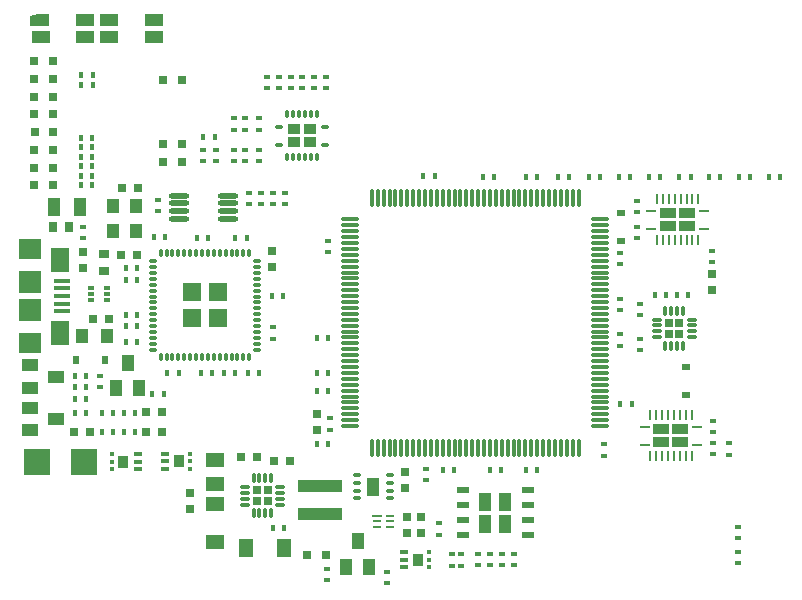
<source format=gtp>
G04 Layer_Color=32896*
%FSLAX44Y44*%
%MOMM*%
G71*
G01*
G75*
%ADD10R,0.5588X0.6858*%
%ADD11R,0.6858X0.5588*%
%ADD12O,0.3000X1.6500*%
%ADD13O,1.6500X0.3000*%
%ADD14R,1.0000X1.2000*%
%ADD15R,2.2000X2.2000*%
%ADD16R,1.6000X2.1000*%
%ADD17R,1.3500X0.4000*%
%ADD18R,1.9000X1.8000*%
%ADD19R,1.9000X1.9000*%
%ADD20R,1.6000X1.2000*%
%ADD21R,1.1000X1.2500*%
%ADD22R,0.8000X0.9000*%
%ADD23R,0.9000X0.8000*%
%ADD24R,1.0000X1.4000*%
%ADD25R,0.8000X0.8000*%
%ADD26R,1.4000X1.0000*%
G04:AMPARAMS|DCode=27|XSize=0.28mm|YSize=0.85mm|CornerRadius=0.098mm|HoleSize=0mm|Usage=FLASHONLY|Rotation=0.000|XOffset=0mm|YOffset=0mm|HoleType=Round|Shape=RoundedRectangle|*
%AMROUNDEDRECTD27*
21,1,0.2800,0.6540,0,0,0.0*
21,1,0.0840,0.8500,0,0,0.0*
1,1,0.1960,0.0420,-0.3270*
1,1,0.1960,-0.0420,-0.3270*
1,1,0.1960,-0.0420,0.3270*
1,1,0.1960,0.0420,0.3270*
%
%ADD27ROUNDEDRECTD27*%
G04:AMPARAMS|DCode=28|XSize=0.28mm|YSize=0.85mm|CornerRadius=0.098mm|HoleSize=0mm|Usage=FLASHONLY|Rotation=90.000|XOffset=0mm|YOffset=0mm|HoleType=Round|Shape=RoundedRectangle|*
%AMROUNDEDRECTD28*
21,1,0.2800,0.6540,0,0,90.0*
21,1,0.0840,0.8500,0,0,90.0*
1,1,0.1960,0.3270,0.0420*
1,1,0.1960,0.3270,-0.0420*
1,1,0.1960,-0.3270,-0.0420*
1,1,0.1960,-0.3270,0.0420*
%
%ADD28ROUNDEDRECTD28*%
%ADD30R,0.5000X0.3000*%
G04:AMPARAMS|DCode=32|XSize=0.45mm|YSize=1.05mm|CornerRadius=0.0675mm|HoleSize=0mm|Usage=FLASHONLY|Rotation=90.000|XOffset=0mm|YOffset=0mm|HoleType=Round|Shape=RoundedRectangle|*
%AMROUNDEDRECTD32*
21,1,0.4500,0.9150,0,0,90.0*
21,1,0.3150,1.0500,0,0,90.0*
1,1,0.1350,0.4575,0.1575*
1,1,0.1350,0.4575,-0.1575*
1,1,0.1350,-0.4575,-0.1575*
1,1,0.1350,-0.4575,0.1575*
%
%ADD32ROUNDEDRECTD32*%
%ADD33R,1.6000X1.0000*%
%ADD34R,0.8000X1.0000*%
%ADD35R,0.6500X0.8000*%
%ADD36R,1.0000X1.5000*%
%ADD37R,0.5000X0.4500*%
%ADD39R,0.4500X0.5000*%
%ADD40R,0.8000X0.6500*%
%ADD41R,1.2000X1.6000*%
%ADD42O,1.8000X0.4500*%
%ADD43R,0.4500X0.4000*%
%ADD44R,0.6500X0.4000*%
G04:AMPARAMS|DCode=46|XSize=0.3mm|YSize=0.65mm|CornerRadius=0.045mm|HoleSize=0mm|Usage=FLASHONLY|Rotation=90.000|XOffset=0mm|YOffset=0mm|HoleType=Round|Shape=RoundedRectangle|*
%AMROUNDEDRECTD46*
21,1,0.3000,0.5600,0,0,90.0*
21,1,0.2100,0.6500,0,0,90.0*
1,1,0.0900,0.2800,0.1050*
1,1,0.0900,0.2800,-0.1050*
1,1,0.0900,-0.2800,-0.1050*
1,1,0.0900,-0.2800,0.1050*
%
%ADD46ROUNDEDRECTD46*%
%ADD47R,3.7000X0.9800*%
%ADD48R,0.8500X0.2800*%
%ADD49R,0.7500X0.2800*%
%ADD50O,0.7000X0.3000*%
%ADD51O,0.3000X0.7000*%
%ADD54R,0.2800X0.8500*%
%ADD56O,0.8000X0.2800*%
%ADD57O,0.2800X0.8000*%
%ADD87R,0.7000X0.7000*%
%ADD88R,0.7000X0.7000*%
%ADD89R,1.1000X1.5000*%
%ADD90R,0.8250X1.0000*%
%ADD91R,1.0700X0.8200*%
%ADD92R,1.3200X0.8200*%
%ADD93R,1.5000X1.5000*%
%ADD94R,1.0000X1.6500*%
G36*
X26282Y517842D02*
X17592D01*
X17440Y517810D01*
Y526400D01*
X23700Y527850D01*
X26282D01*
Y517842D01*
D02*
G37*
D10*
X80474Y235121D02*
D03*
X56090D02*
D03*
D11*
X573153Y229456D02*
D03*
Y205072D02*
D03*
X518121Y335525D02*
D03*
Y359909D02*
D03*
D12*
X306770Y372700D02*
D03*
X311770D02*
D03*
X316770D02*
D03*
X321770D02*
D03*
X326770D02*
D03*
X331770D02*
D03*
X336770D02*
D03*
X341770D02*
D03*
X346770D02*
D03*
X351770D02*
D03*
X356770D02*
D03*
X361770D02*
D03*
X366770D02*
D03*
X371770D02*
D03*
X376770D02*
D03*
X381770D02*
D03*
X386770D02*
D03*
X391770D02*
D03*
X396770D02*
D03*
X401770D02*
D03*
X406770D02*
D03*
X411770D02*
D03*
X416770D02*
D03*
X421770D02*
D03*
X426770D02*
D03*
X431770D02*
D03*
X436770D02*
D03*
X441770D02*
D03*
X446770D02*
D03*
X451770D02*
D03*
X456770D02*
D03*
X461770D02*
D03*
X466770D02*
D03*
X471770D02*
D03*
X476770D02*
D03*
X481770D02*
D03*
Y160700D02*
D03*
X476770D02*
D03*
X471770D02*
D03*
X466770D02*
D03*
X461770D02*
D03*
X456770D02*
D03*
X451770D02*
D03*
X446770D02*
D03*
X441770D02*
D03*
X436770D02*
D03*
X431770D02*
D03*
X426770D02*
D03*
X421770D02*
D03*
X416770D02*
D03*
X411770D02*
D03*
X406770D02*
D03*
X401770D02*
D03*
X396770D02*
D03*
X391770D02*
D03*
X386770D02*
D03*
X381770D02*
D03*
X376770D02*
D03*
X371770D02*
D03*
X366770D02*
D03*
X361770D02*
D03*
X356770D02*
D03*
X351770D02*
D03*
X346770D02*
D03*
X341770D02*
D03*
X336770D02*
D03*
X331770D02*
D03*
X326770D02*
D03*
X321770D02*
D03*
X316770D02*
D03*
X311770D02*
D03*
X306770D02*
D03*
D13*
X500270Y354200D02*
D03*
Y349200D02*
D03*
Y344200D02*
D03*
Y339200D02*
D03*
Y334200D02*
D03*
Y329200D02*
D03*
Y324200D02*
D03*
Y319200D02*
D03*
Y314200D02*
D03*
Y309200D02*
D03*
Y304200D02*
D03*
Y299200D02*
D03*
Y294200D02*
D03*
Y289200D02*
D03*
Y284200D02*
D03*
Y279200D02*
D03*
Y274200D02*
D03*
Y269200D02*
D03*
Y264200D02*
D03*
Y259200D02*
D03*
Y254200D02*
D03*
Y249200D02*
D03*
Y244200D02*
D03*
Y239200D02*
D03*
Y234200D02*
D03*
Y229200D02*
D03*
Y224200D02*
D03*
Y219200D02*
D03*
Y214200D02*
D03*
Y209200D02*
D03*
Y204200D02*
D03*
Y199200D02*
D03*
Y194200D02*
D03*
Y189200D02*
D03*
Y184200D02*
D03*
Y179200D02*
D03*
X288270D02*
D03*
Y184200D02*
D03*
Y189200D02*
D03*
Y194200D02*
D03*
Y199200D02*
D03*
Y204200D02*
D03*
Y209200D02*
D03*
Y214200D02*
D03*
Y219200D02*
D03*
Y224200D02*
D03*
Y229200D02*
D03*
Y234200D02*
D03*
Y239200D02*
D03*
Y244200D02*
D03*
Y249200D02*
D03*
Y254200D02*
D03*
Y259200D02*
D03*
Y264200D02*
D03*
Y269200D02*
D03*
Y274200D02*
D03*
Y279200D02*
D03*
Y284200D02*
D03*
Y289200D02*
D03*
Y294200D02*
D03*
Y299200D02*
D03*
Y304200D02*
D03*
Y309200D02*
D03*
Y314200D02*
D03*
Y319200D02*
D03*
Y324200D02*
D03*
Y329200D02*
D03*
Y334200D02*
D03*
Y339200D02*
D03*
Y344200D02*
D03*
Y349200D02*
D03*
Y354200D02*
D03*
D14*
X106880Y365480D02*
D03*
X87880D02*
D03*
X106880Y344480D02*
D03*
X87880D02*
D03*
D15*
X62980Y149060D02*
D03*
X22980D02*
D03*
D16*
X43125Y258192D02*
D03*
Y320192D02*
D03*
D17*
X44375Y276192D02*
D03*
Y282692D02*
D03*
Y289192D02*
D03*
Y295692D02*
D03*
Y302192D02*
D03*
D18*
X17625Y329192D02*
D03*
Y249192D02*
D03*
D19*
Y301192D02*
D03*
Y277192D02*
D03*
D20*
X173960Y150500D02*
D03*
Y130500D02*
D03*
X173960Y81390D02*
D03*
Y113390D02*
D03*
D21*
X61470Y255550D02*
D03*
X82470D02*
D03*
D22*
X50490Y347840D02*
D03*
X36490D02*
D03*
D23*
X79820Y324718D02*
D03*
Y310718D02*
D03*
D24*
X90500Y211000D02*
D03*
X109500D02*
D03*
X100000Y233000D02*
D03*
X285166Y59787D02*
D03*
X304166D02*
D03*
X294666Y81787D02*
D03*
D25*
X37000Y488000D02*
D03*
X21000D02*
D03*
X37000Y443000D02*
D03*
X21000D02*
D03*
X37000Y458000D02*
D03*
X21000D02*
D03*
X37000Y473000D02*
D03*
X21000D02*
D03*
X37230Y428000D02*
D03*
X21230D02*
D03*
X37000Y398000D02*
D03*
X21000D02*
D03*
X37000Y383000D02*
D03*
X21000D02*
D03*
X268295Y69610D02*
D03*
X252295D02*
D03*
X37000Y413000D02*
D03*
X21000D02*
D03*
X146090Y472107D02*
D03*
X130090D02*
D03*
X146093Y418290D02*
D03*
X130093D02*
D03*
X146093Y402410D02*
D03*
X130093D02*
D03*
D26*
X17000Y194500D02*
D03*
Y175500D02*
D03*
X39000Y185000D02*
D03*
X17000Y230500D02*
D03*
Y211500D02*
D03*
X39000Y221000D02*
D03*
D27*
X555218Y276629D02*
D03*
X560218D02*
D03*
X565218D02*
D03*
X570218D02*
D03*
X555218Y247129D02*
D03*
X560218D02*
D03*
X565218D02*
D03*
X570218D02*
D03*
X206640Y135030D02*
D03*
X211640D02*
D03*
X216640D02*
D03*
X221640D02*
D03*
X206640Y105530D02*
D03*
X211640D02*
D03*
X216640D02*
D03*
X221640D02*
D03*
D28*
X547968Y269379D02*
D03*
Y264379D02*
D03*
Y259379D02*
D03*
Y254379D02*
D03*
X577468Y254379D02*
D03*
Y259379D02*
D03*
Y264379D02*
D03*
Y269379D02*
D03*
X199390Y112780D02*
D03*
Y117780D02*
D03*
Y122780D02*
D03*
Y127780D02*
D03*
X228890Y127780D02*
D03*
Y122780D02*
D03*
Y117780D02*
D03*
Y112780D02*
D03*
D30*
X68740Y286130D02*
D03*
Y291130D02*
D03*
Y296130D02*
D03*
X82740D02*
D03*
Y291130D02*
D03*
Y286130D02*
D03*
D32*
X438621Y86668D02*
D03*
Y99368D02*
D03*
Y112068D02*
D03*
Y124768D02*
D03*
X383621D02*
D03*
Y112068D02*
D03*
Y99368D02*
D03*
Y86668D02*
D03*
D33*
X122282Y508871D02*
D03*
X84282D02*
D03*
X122282Y522871D02*
D03*
X84282D02*
D03*
X64282Y508842D02*
D03*
X26282D02*
D03*
X64282Y522842D02*
D03*
D34*
X30280D02*
D03*
D35*
X129439Y173924D02*
D03*
X115939D02*
D03*
X70620Y270090D02*
D03*
X84120D02*
D03*
X94120Y324180D02*
D03*
X107620D02*
D03*
X95250Y380340D02*
D03*
X108750D02*
D03*
X68250Y174000D02*
D03*
X54750D02*
D03*
X115939Y191000D02*
D03*
X129439D02*
D03*
X209750Y153000D02*
D03*
X196250D02*
D03*
X237750Y150000D02*
D03*
X224250D02*
D03*
D36*
X37972Y364597D02*
D03*
X59972D02*
D03*
D37*
X374588Y61000D02*
D03*
Y70500D02*
D03*
X352620Y142730D02*
D03*
Y133230D02*
D03*
X269380Y326190D02*
D03*
Y335690D02*
D03*
X517000Y256750D02*
D03*
Y247250D02*
D03*
Y316250D02*
D03*
Y325750D02*
D03*
X364000Y96750D02*
D03*
Y87250D02*
D03*
X503750Y163750D02*
D03*
Y154250D02*
D03*
X271000Y176250D02*
D03*
Y185750D02*
D03*
X517000Y277250D02*
D03*
Y286750D02*
D03*
X223000Y262750D02*
D03*
Y253250D02*
D03*
X61940Y347760D02*
D03*
Y338260D02*
D03*
X126000Y361250D02*
D03*
Y370750D02*
D03*
X199750Y403250D02*
D03*
Y412750D02*
D03*
X199750Y439750D02*
D03*
Y430250D02*
D03*
X211000Y412750D02*
D03*
Y403250D02*
D03*
X211000Y439750D02*
D03*
Y430250D02*
D03*
X248000Y465250D02*
D03*
Y474750D02*
D03*
X228000Y465250D02*
D03*
Y474750D02*
D03*
X268000Y465250D02*
D03*
Y474750D02*
D03*
X258000Y465250D02*
D03*
Y474750D02*
D03*
X238000Y465250D02*
D03*
Y474750D02*
D03*
X218000Y465250D02*
D03*
Y474750D02*
D03*
X596000Y183750D02*
D03*
Y174250D02*
D03*
Y164750D02*
D03*
Y155250D02*
D03*
X531000Y338250D02*
D03*
Y347750D02*
D03*
Y360250D02*
D03*
Y369750D02*
D03*
X407000Y70750D02*
D03*
Y61250D02*
D03*
X427000Y70750D02*
D03*
Y61250D02*
D03*
X397000Y70750D02*
D03*
Y61250D02*
D03*
X417000Y70750D02*
D03*
Y61250D02*
D03*
X223000Y367250D02*
D03*
Y376750D02*
D03*
X213000Y367250D02*
D03*
Y376750D02*
D03*
X233000D02*
D03*
Y367250D02*
D03*
X203000Y367250D02*
D03*
Y376750D02*
D03*
X595000Y327750D02*
D03*
Y318250D02*
D03*
X534000Y273250D02*
D03*
Y282750D02*
D03*
Y252750D02*
D03*
Y243250D02*
D03*
X617000Y93750D02*
D03*
Y84250D02*
D03*
Y63250D02*
D03*
Y72750D02*
D03*
X77000Y212250D02*
D03*
Y221750D02*
D03*
X609098Y164615D02*
D03*
Y155115D02*
D03*
X189750Y412750D02*
D03*
Y403250D02*
D03*
X189750Y430250D02*
D03*
Y439750D02*
D03*
X319371Y55780D02*
D03*
Y46280D02*
D03*
X269150Y57950D02*
D03*
Y48450D02*
D03*
X382483Y61020D02*
D03*
Y70520D02*
D03*
X163780Y403250D02*
D03*
Y412750D02*
D03*
X174780Y403250D02*
D03*
Y412750D02*
D03*
D39*
X410450Y390000D02*
D03*
X400950D02*
D03*
X350450Y391000D02*
D03*
X359950D02*
D03*
X406840Y141870D02*
D03*
X416340D02*
D03*
X269750Y209000D02*
D03*
X260250D02*
D03*
X376750Y142000D02*
D03*
X367250D02*
D03*
X269750Y224000D02*
D03*
X260250D02*
D03*
X473750Y390000D02*
D03*
X464250D02*
D03*
X98250Y273000D02*
D03*
X107750D02*
D03*
Y264000D02*
D03*
X98250D02*
D03*
X131760Y339580D02*
D03*
X122260D02*
D03*
X107750Y313000D02*
D03*
X98250D02*
D03*
X168160Y338420D02*
D03*
X158660D02*
D03*
X222250Y289000D02*
D03*
X231750D02*
D03*
X201840Y224000D02*
D03*
X211340D02*
D03*
X143160Y224240D02*
D03*
X133660D02*
D03*
X200750Y338140D02*
D03*
X191250D02*
D03*
X555750Y290000D02*
D03*
X546250D02*
D03*
X574750D02*
D03*
X565250D02*
D03*
X601750Y390000D02*
D03*
X592250D02*
D03*
X550750D02*
D03*
X541250D02*
D03*
X490250D02*
D03*
X499750D02*
D03*
X652750D02*
D03*
X643250D02*
D03*
X617250D02*
D03*
X626750D02*
D03*
X567250D02*
D03*
X576750D02*
D03*
X516250D02*
D03*
X525750D02*
D03*
X446750D02*
D03*
X437250D02*
D03*
X232630Y92700D02*
D03*
X223130D02*
D03*
X437250Y142000D02*
D03*
X446750D02*
D03*
X162250Y224000D02*
D03*
X171750D02*
D03*
X190750D02*
D03*
X181250D02*
D03*
X526750Y198000D02*
D03*
X517250D02*
D03*
X269750Y164000D02*
D03*
X260250D02*
D03*
X107750Y250000D02*
D03*
X98250D02*
D03*
X107750Y303000D02*
D03*
X98250D02*
D03*
X260250Y254000D02*
D03*
X269750D02*
D03*
X70140Y383290D02*
D03*
X60640D02*
D03*
X70140Y391310D02*
D03*
X60640D02*
D03*
X88000Y174000D02*
D03*
X78500D02*
D03*
X106250Y174000D02*
D03*
X96750D02*
D03*
X130507Y205950D02*
D03*
X121007D02*
D03*
X96750Y190000D02*
D03*
X106250D02*
D03*
X64750Y222000D02*
D03*
X55250D02*
D03*
X55250Y190000D02*
D03*
X64750D02*
D03*
X78500Y190000D02*
D03*
X88000D02*
D03*
X55250Y202000D02*
D03*
X64750D02*
D03*
Y212000D02*
D03*
X55250D02*
D03*
X70140Y399291D02*
D03*
X60640D02*
D03*
X70140Y407288D02*
D03*
X60640D02*
D03*
X70140Y415285D02*
D03*
X60640D02*
D03*
X70098Y423283D02*
D03*
X60598D02*
D03*
X70348Y468280D02*
D03*
X60848D02*
D03*
X70380Y476277D02*
D03*
X60880D02*
D03*
X173596Y424030D02*
D03*
X164096D02*
D03*
D40*
X260000Y189750D02*
D03*
Y176250D02*
D03*
X61940Y326490D02*
D03*
Y312990D02*
D03*
X222440Y313710D02*
D03*
Y327210D02*
D03*
X595000Y294250D02*
D03*
Y307750D02*
D03*
X334879Y140033D02*
D03*
Y126533D02*
D03*
X336121Y88967D02*
D03*
Y102467D02*
D03*
X348121Y88967D02*
D03*
Y102467D02*
D03*
X153000Y109250D02*
D03*
Y122750D02*
D03*
D41*
X200640Y76280D02*
D03*
X232640D02*
D03*
D42*
X185070Y354850D02*
D03*
Y361350D02*
D03*
Y367850D02*
D03*
Y374350D02*
D03*
X143570Y354850D02*
D03*
Y361350D02*
D03*
Y367850D02*
D03*
Y374350D02*
D03*
D43*
X355250Y72500D02*
D03*
Y66000D02*
D03*
Y59500D02*
D03*
X152970Y142820D02*
D03*
Y149320D02*
D03*
Y155820D02*
D03*
X87030Y142460D02*
D03*
Y148960D02*
D03*
Y155460D02*
D03*
D44*
X333750Y59500D02*
D03*
Y66000D02*
D03*
Y72500D02*
D03*
X131470Y155820D02*
D03*
Y149320D02*
D03*
Y142820D02*
D03*
X108530Y155460D02*
D03*
Y148960D02*
D03*
Y142460D02*
D03*
D46*
X321871Y117968D02*
D03*
Y124468D02*
D03*
Y130968D02*
D03*
Y137468D02*
D03*
X294371D02*
D03*
Y130968D02*
D03*
Y124468D02*
D03*
Y117968D02*
D03*
D47*
X262720Y104430D02*
D03*
Y128130D02*
D03*
D48*
X311467Y103461D02*
D03*
X537750Y163500D02*
D03*
Y178500D02*
D03*
X582250D02*
D03*
Y163500D02*
D03*
X587967Y361379D02*
D03*
Y346379D02*
D03*
X543467D02*
D03*
Y361379D02*
D03*
D49*
X310968Y98461D02*
D03*
Y93461D02*
D03*
X322467Y103461D02*
D03*
Y98461D02*
D03*
Y93461D02*
D03*
D50*
X228217Y432379D02*
D03*
Y417379D02*
D03*
X267217D02*
D03*
Y432379D02*
D03*
D51*
X235217Y406629D02*
D03*
X240217D02*
D03*
X245217D02*
D03*
X250217D02*
D03*
X255217D02*
D03*
X260217D02*
D03*
Y443129D02*
D03*
X255217D02*
D03*
X250217D02*
D03*
X245217D02*
D03*
X240217D02*
D03*
X235217D02*
D03*
D54*
X577500Y153750D02*
D03*
X572500D02*
D03*
X567500D02*
D03*
X562500D02*
D03*
X557500D02*
D03*
X552500D02*
D03*
X547500D02*
D03*
X542500D02*
D03*
Y188250D02*
D03*
X547500D02*
D03*
X552500D02*
D03*
X557500D02*
D03*
X562500D02*
D03*
X567500D02*
D03*
X572500D02*
D03*
X577500D02*
D03*
X548218Y371129D02*
D03*
X553218D02*
D03*
X558218D02*
D03*
X563218D02*
D03*
X568218D02*
D03*
X573218D02*
D03*
X578218D02*
D03*
X583218D02*
D03*
Y336629D02*
D03*
X578218D02*
D03*
X573218D02*
D03*
X568218D02*
D03*
X563218D02*
D03*
X558218D02*
D03*
X553218D02*
D03*
X548218D02*
D03*
D56*
X121460Y318850D02*
D03*
Y313850D02*
D03*
Y253850D02*
D03*
Y258850D02*
D03*
Y263850D02*
D03*
Y268850D02*
D03*
Y273850D02*
D03*
Y278850D02*
D03*
Y283850D02*
D03*
Y288850D02*
D03*
Y293850D02*
D03*
Y298850D02*
D03*
Y303850D02*
D03*
Y308850D02*
D03*
Y248850D02*
D03*
Y243850D02*
D03*
X209460Y318850D02*
D03*
Y313850D02*
D03*
Y308850D02*
D03*
Y303850D02*
D03*
Y298850D02*
D03*
Y293850D02*
D03*
Y288850D02*
D03*
Y283850D02*
D03*
Y278850D02*
D03*
Y273850D02*
D03*
Y268850D02*
D03*
Y263850D02*
D03*
Y258850D02*
D03*
Y253850D02*
D03*
Y248850D02*
D03*
Y243850D02*
D03*
D57*
X127960Y237350D02*
D03*
X132960D02*
D03*
X137960D02*
D03*
X142960D02*
D03*
X147960D02*
D03*
X152960D02*
D03*
X157960D02*
D03*
X162960D02*
D03*
X167960D02*
D03*
X172960D02*
D03*
X177960D02*
D03*
X182960D02*
D03*
X187960D02*
D03*
X202960D02*
D03*
X197960D02*
D03*
X192960D02*
D03*
X167960Y325350D02*
D03*
X202960D02*
D03*
X197960D02*
D03*
X192960D02*
D03*
X187960D02*
D03*
X182960D02*
D03*
X177960D02*
D03*
X172960D02*
D03*
X162960D02*
D03*
X157960D02*
D03*
X152960D02*
D03*
X147960D02*
D03*
X142960D02*
D03*
X137960D02*
D03*
X132960D02*
D03*
X127960D02*
D03*
D87*
X567218Y257379D02*
D03*
X558218D02*
D03*
X209640Y115780D02*
D03*
X218640Y124780D02*
D03*
D88*
X567218Y266379D02*
D03*
X558218D02*
D03*
X218640Y115780D02*
D03*
X209640Y124780D02*
D03*
D89*
X419621Y96218D02*
D03*
Y115218D02*
D03*
X402621D02*
D03*
Y96218D02*
D03*
D90*
X346125Y66000D02*
D03*
X143845Y149320D02*
D03*
X96155Y148960D02*
D03*
D91*
X240867Y430479D02*
D03*
X254567Y419279D02*
D03*
X240867D02*
D03*
X254567Y430479D02*
D03*
D92*
X568100Y165400D02*
D03*
X551900Y176600D02*
D03*
X568100D02*
D03*
X551900Y165400D02*
D03*
X557617Y359479D02*
D03*
X573817Y348279D02*
D03*
X557617D02*
D03*
X573817Y359479D02*
D03*
D93*
X154460Y270350D02*
D03*
X176460D02*
D03*
Y292350D02*
D03*
X154460D02*
D03*
D94*
X308121Y127718D02*
D03*
M02*

</source>
